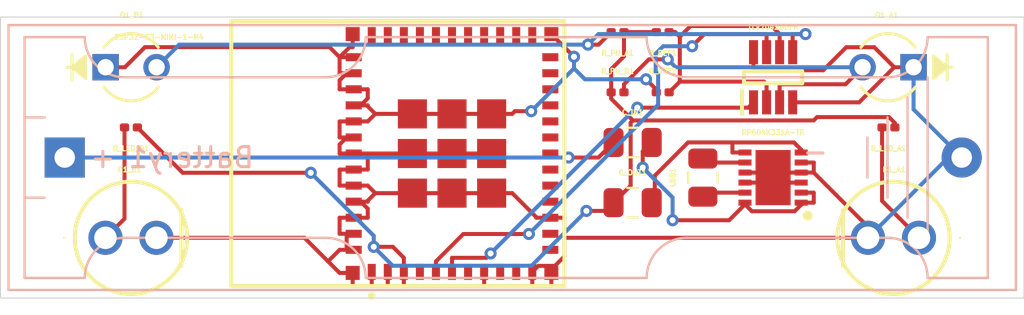
<source format=kicad_pcb>
(kicad_pcb (version 20240108) (generator "pcbnew") (generator_version "8.0")
  (layers (0 "F.Cu" signal) (31 "B.Cu" signal) (34 "B.Paste" user) (35 "F.Paste" user) (36 "B.SilkS" user "B.Silkscreen") (37 "F.SilkS" user "F.Silkscreen") (38 "B.Mask" user) (39 "F.Mask" user) (44 "Edge.Cuts" user))
  (net 0 "")
  (net 1 "Net-(Battery1-+)")
  (net 2 "Net-(Battery1--)")
  (net 3 "Net-(D1_A1-A)")
  (net 4 "Net-(D1_B1-A)")
  (net 5 "Net-(U1-AVIN)")
  (net 6 "Net-(U2-3V3)")
  (net 7 "Net-(U1-VFB)")
  (net 8 "Net-(U1-BULX)")
  (net 9 "Net-(U1-BOLX)")
  (net 10 "Net-(U3-INA+)")
  (net 11 "Net-(U3-INB+)")
  (net 12 "Net-(U3-INA-)")
  (net 32 "Net-(U2-IO3)")
  (net 34 "Net-(U2-IO2)")
  (footprint "Resistor_SMD:R_0201_0603Metric" (layer "F.Cu") (at 106.25 90.75)
    (property "Reference" "R_PU_B1" (at 0 -1.05 0) (layer "F.SilkS") (effects (font (size 0.25 0.25) (thickness 0.0625))))
    (property "Value" "10k ohm" (hide yes))
    (pad "1" smd roundrect (at -0.32 0) (size 0.46 0.4) (layers "F.Cu" "F.Mask") (net 6 "Net-(U2-3V3)"))
    (pad "2" smd roundrect (at 0.32 0) (size 0.46 0.4) (layers "F.Cu" "F.Mask") (net 10 "Net-(U3-INA+)"))
  )
  (footprint "Resistor_SMD:R_0201_0603Metric" (layer "F.Cu") (at 106.25 87.75 180)
    (property "Reference" "R_PU_A1" (at 0 -1.05 0) (layer "F.SilkS") (effects (font (size 0.25 0.25) (thickness 0.0625))))
    (property "Value" "10k ohm" (hide yes))
    (pad "1" smd roundrect (at -0.32 0 180) (size 0.46 0.4) (layers "F.Cu" "F.Mask") (net 6 "Net-(U2-3V3)"))
    (pad "2" smd roundrect (at 0.32 0 180) (size 0.46 0.4) (layers "F.Cu" "F.Mask") (net 11 "Net-(U3-INB+)"))
  )
  (footprint "Capacitor_SMD:C_0805_2012Metric" (layer "F.Cu") (at 110.5 95 90)
    (property "Reference" "LBB1" (at 0 -1.5 90) (layer "F.SilkS") (effects (font (size 0.25 0.25) (thickness 0.0625))))
    (property "Value" "2.2 uH" (hide yes))
    (fp_line (start -0.261252 -0.735) (end 0.261252 -0.735) (stroke (width 0.12)) (layer "F.SilkS"))
    (fp_line (start -0.261252 0.735) (end 0.261252 0.735) (stroke (width 0.12)) (layer "F.SilkS"))
    (pad "1" smd roundrect (at -0.95 0 90) (size 1 1.45) (layers "F.Cu" "F.Paste" "F.Mask") (net 8 "Net-(U1-BULX)"))
    (pad "2" smd roundrect (at 0.95 0 90) (size 1 1.45) (layers "F.Cu" "F.Paste" "F.Mask") (net 9 "Net-(U1-BOLX)"))
  )
  (footprint "TEPT4400:LED_TEPT4400_VIS" (layer "F.Cu") (at 121 89.5 180)
    (property "Reference" "Q1_A1" (at 1.34 2.6 0) (layer "F.SilkS") (effects (font (size 0.25 0.25) (thickness 0.0625))))
    (property "Value" "TEPT4400" (hide yes))
    (fp_line (start -0.99314 0) (end -1.9304 0) (stroke (width 0.1524)) (layer "F.SilkS"))
    (fp_line (start -1.6764 0) (end -0.99314 0.569383) (stroke (width 0.1524)) (layer "F.SilkS"))
    (fp_line (start -1.6764 0) (end -0.99314 0.455507) (stroke (width 0.1524)) (layer "F.SilkS"))
    (fp_line (start -1.6764 0) (end -0.99314 0.34163) (stroke (width 0.1524)) (layer "F.SilkS"))
    (fp_line (start -1.6764 0) (end -0.99314 0.227753) (stroke (width 0.1524)) (layer "F.SilkS"))
    (fp_line (start -1.6764 0) (end -0.99314 0.113877) (stroke (width 0.1524)) (layer "F.SilkS"))
    (fp_line (start -1.6764 0) (end -0.99314 -0.113877) (stroke (width 0.1524)) (layer "F.SilkS"))
    (fp_line (start -1.6764 0) (end -0.99314 -0.227753) (stroke (width 0.1524)) (layer "F.SilkS"))
    (fp_line (start -1.6764 0) (end -0.99314 -0.34163) (stroke (width 0.1524)) (layer "F.SilkS"))
    (fp_line (start -1.6764 0) (end -0.99314 -0.455507) (stroke (width 0.1524)) (layer "F.SilkS"))
    (fp_line (start -1.6764 0) (end -0.99314 -0.569383) (stroke (width 0.1524)) (layer "F.SilkS"))
    (fp_line (start -1.6764 -0.635) (end -1.6764 0.635) (stroke (width 0.1524)) (layer "F.SilkS"))
    (fp_arc (start 2.623106 0.989657) (mid 1.272159 1.676399) (end -0.080552 0.993139) (stroke (width 0.1524)) (layer "F.SilkS"))
    (fp_arc (start -0.080552 -0.99314) (mid 1.27216 -1.676399) (end 2.623106 -0.989657) (stroke (width 0.1524)) (layer "F.SilkS"))
    (pad "1" thru_hole rect (at 0 0 180) (size 1.3208 1.3208) (drill 0.8128) (layers "*.Cu" "*.Mask") (net 2 "Net-(Battery1--)"))
    (pad "2" thru_hole circle (at 2.54 0 180) (size 1.3208 1.3208) (drill 0.8128) (layers "*.Cu" "*.Mask") (net 10 "Net-(U3-INA+)"))
  )
  (footprint "Resistor_SMD:R_0201_0603Metric" (layer "F.Cu") (at 108.5 90.75)
    (property "Reference" "R_REF2" (at 0 -1.05 0) (layer "F.SilkS") (effects (font (size 0.25 0.25) (thickness 0.0625))))
    (property "Value" "100k ohm" (hide yes))
    (pad "1" smd roundrect (at -0.32 0) (size 0.46 0.4) (layers "F.Cu" "F.Mask") (net 2 "Net-(Battery1--)"))
    (pad "2" smd roundrect (at 0.32 0) (size 0.46 0.4) (layers "F.Cu" "F.Mask") (net 12 "Net-(U3-INA-)"))
  )
  (footprint "ESP32-C3-MINI-1-N4:ESP32C3MINI1N4" (layer "F.Cu") (at 98 93.8 90)
    (property "Reference" "U2" (hide yes))
    (property "Value" "ESP32-C3-MINI-1-N4" (at 5.8 -14.6 180) (layer "F.SilkS") (effects (font (size 0.25 0.25) (thickness 0.0625))))
    (fp_line (start 6.6 -11) (end 6.6 -5.7) (stroke (width 0.2)) (layer "F.SilkS"))
    (fp_line (start -6.6 -11) (end 6.6 -11) (stroke (width 0.2)) (layer "F.SilkS"))
    (fp_line (start -6.6 -5.7) (end -6.6 -11) (stroke (width 0.2)) (layer "F.SilkS"))
    (fp_line (start -6.6 -5.7) (end -6.6 5.6) (stroke (width 0.2)) (layer "F.SilkS"))
    (fp_line (start -7 -4) (end -7 -4) (stroke (width 0.2)) (layer "F.SilkS"))
    (fp_line (start -7.2 -4) (end -7.2 -4) (stroke (width 0.2)) (layer "F.SilkS"))
    (fp_line (start 6.6 5.6) (end 6.6 -5.7) (stroke (width 0.2)) (layer "F.SilkS"))
    (fp_line (start -6.6 5.6) (end 6.6 5.6) (stroke (width 0.2)) (layer "F.SilkS"))
    (fp_arc (start -7 -4) (mid -7.1 -3.9) (end -7.2 -4) (stroke (width 0.2)) (layer "F.SilkS"))
    (fp_arc (start -7.2 -4) (mid -7.1 -4.1) (end -7 -4) (stroke (width 0.2)) (layer "F.SilkS"))
    (pad "1" smd rect (at -5.9 -4 180) (size 0.4 0.8) (layers "F.Cu" "F.Paste" "F.Mask") (net 2 "Net-(Battery1--)"))
    (pad "2" smd rect (at -5.9 -3.2 180) (size 0.4 0.8) (layers "F.Cu" "F.Paste" "F.Mask") (net 2 "Net-(Battery1--)"))
    (pad "3" smd rect (at -5.9 -2.4 180) (size 0.4 0.8) (layers "F.Cu" "F.Paste" "F.Mask") (net 6 "Net-(U2-3V3)"))
    (pad "4" smd rect (at -5.9 -1.6 180) (size 0.4 0.8) (layers "F.Cu" "F.Paste" "F.Mask"))
    (pad "5" smd rect (at -5.9 -0.8 180) (size 0.4 0.8) (layers "F.Cu" "F.Paste" "F.Mask") (net 34 "Net-(U2-IO2)"))
    (pad "6" smd rect (at -5.9 0 180) (size 0.4 0.8) (layers "F.Cu" "F.Paste" "F.Mask") (net 32 "Net-(U2-IO3)"))
    (pad "7" smd rect (at -5.9 0.8 180) (size 0.4 0.8) (layers "F.Cu" "F.Paste" "F.Mask"))
    (pad "8" smd rect (at -5.9 1.6 180) (size 0.4 0.8) (layers "F.Cu" "F.Paste" "F.Mask") (net 6 "Net-(U2-3V3)"))
    (pad "9" smd rect (at -5.9 2.4 180) (size 0.4 0.8) (layers "F.Cu" "F.Paste" "F.Mask"))
    (pad "10" smd rect (at -5.9 3.2 180) (size 0.4 0.8) (layers "F.Cu" "F.Paste" "F.Mask"))
    (pad "11" smd rect (at -5.9 4 180) (size 0.4 0.8) (layers "F.Cu" "F.Paste" "F.Mask") (net 2 "Net-(Battery1--)"))
    (pad "12" smd rect (at -4.8 4.9 90) (size 0.4 0.8) (layers "F.Cu" "F.Paste" "F.Mask"))
    (pad "13" smd rect (at -4 4.9 90) (size 0.4 0.8) (layers "F.Cu" "F.Paste" "F.Mask"))
    (pad "14" smd rect (at -3.2 4.9 90) (size 0.4 0.8) (layers "F.Cu" "F.Paste" "F.Mask") (net 2 "Net-(Battery1--)"))
    (pad "15" smd rect (at -2.4 4.9 90) (size 0.4 0.8) (layers "F.Cu" "F.Paste" "F.Mask"))
    (pad "16" smd rect (at -1.6 4.9 90) (size 0.4 0.8) (layers "F.Cu" "F.Paste" "F.Mask"))
    (pad "17" smd rect (at -0.8 4.9 90) (size 0.4 0.8) (layers "F.Cu" "F.Paste" "F.Mask"))
    (pad "18" smd rect (at 0 4.9 90) (size 0.4 0.8) (layers "F.Cu" "F.Paste" "F.Mask"))
    (pad "19" smd rect (at 0.8 4.9 90) (size 0.4 0.8) (layers "F.Cu" "F.Paste" "F.Mask"))
    (pad "20" smd rect (at 1.6 4.9 90) (size 0.4 0.8) (layers "F.Cu" "F.Paste" "F.Mask"))
    (pad "21" smd rect (at 2.4 4.9 90) (size 0.4 0.8) (layers "F.Cu" "F.Paste" "F.Mask"))
    (pad "22" smd rect (at 3.2 4.9 90) (size 0.4 0.8) (layers "F.Cu" "F.Paste" "F.Mask"))
    (pad "23" smd rect (at 4 4.9 90) (size 0.4 0.8) (layers "F.Cu" "F.Paste" "F.Mask"))
    (pad "24" smd rect (at 4.8 4.9 90) (size 0.4 0.8) (layers "F.Cu" "F.Paste" "F.Mask"))
    (pad "25" smd rect (at 5.9 4 180) (size 0.4 0.8) (layers "F.Cu" "F.Paste" "F.Mask"))
    (pad "26" smd rect (at 5.9 3.2 180) (size 0.4 0.8) (layers "F.Cu" "F.Paste" "F.Mask"))
    (pad "27" smd rect (at 5.9 2.4 180) (size 0.4 0.8) (layers "F.Cu" "F.Paste" "F.Mask"))
    (pad "28" smd rect (at 5.9 1.6 180) (size 0.4 0.8) (layers "F.Cu" "F.Paste" "F.Mask"))
    (pad "29" smd rect (at 5.9 0.8 180) (size 0.4 0.8) (layers "F.Cu" "F.Paste" "F.Mask"))
    (pad "30" smd rect (at 5.9 0 180) (size 0.4 0.8) (layers "F.Cu" "F.Paste" "F.Mask"))
    (pad "31" smd rect (at 5.9 -0.8 180) (size 0.4 0.8) (layers "F.Cu" "F.Paste" "F.Mask"))
    (pad "32" smd rect (at 5.9 -1.6 180) (size 0.4 0.8) (layers "F.Cu" "F.Paste" "F.Mask"))
    (pad "33" smd rect (at 5.9 -2.4 180) (size 0.4 0.8) (layers "F.Cu" "F.Paste" "F.Mask"))
    (pad "34" smd rect (at 5.9 -3.2 180) (size 0.4 0.8) (layers "F.Cu" "F.Paste" "F.Mask"))
    (pad "35" smd rect (at 5.9 -4 180) (size 0.4 0.8) (layers "F.Cu" "F.Paste" "F.Mask"))
    (pad "36" smd rect (at 4.8 -4.9 90) (size 0.4 0.8) (layers "F.Cu" "F.Paste" "F.Mask") (net 2 "Net-(Battery1--)"))
    (pad "37" smd rect (at 4 -4.9 90) (size 0.4 0.8) (layers "F.Cu" "F.Paste" "F.Mask") (net 2 "Net-(Battery1--)"))
    (pad "38" smd rect (at 3.2 -4.9 90) (size 0.4 0.8) (layers "F.Cu" "F.Paste" "F.Mask") (net 2 "Net-(Battery1--)"))
    (pad "39" smd rect (at 2.4 -4.9 90) (size 0.4 0.8) (layers "F.Cu" "F.Paste" "F.Mask") (net 2 "Net-(Battery1--)"))
    (pad "40" smd rect (at 1.6 -4.9 90) (size 0.4 0.8) (layers "F.Cu" "F.Paste" "F.Mask") (net 2 "Net-(Battery1--)"))
    (pad "41" smd rect (at 0.8 -4.9 90) (size 0.4 0.8) (layers "F.Cu" "F.Paste" "F.Mask") (net 2 "Net-(Battery1--)"))
    (pad "42" smd rect (at 0 -4.9 90) (size 0.4 0.8) (layers "F.Cu" "F.Paste" "F.Mask") (net 2 "Net-(Battery1--)"))
    (pad "43" smd rect (at -0.8 -4.9 90) (size 0.4 0.8) (layers "F.Cu" "F.Paste" "F.Mask") (net 2 "Net-(Battery1--)"))
    (pad "44" smd rect (at -1.6 -4.9 90) (size 0.4 0.8) (layers "F.Cu" "F.Paste" "F.Mask") (net 2 "Net-(Battery1--)"))
    (pad "45" smd rect (at -2.4 -4.9 90) (size 0.4 0.8) (layers "F.Cu" "F.Paste" "F.Mask") (net 2 "Net-(Battery1--)"))
    (pad "46" smd rect (at -3.2 -4.9 90) (size 0.4 0.8) (layers "F.Cu" "F.Paste" "F.Mask") (net 2 "Net-(Battery1--)"))
    (pad "47" smd rect (at -4 -4.9 90) (size 0.4 0.8) (layers "F.Cu" "F.Paste" "F.Mask") (net 2 "Net-(Battery1--)"))
    (pad "48" smd rect (at -4.8 -4.9 90) (size 0.4 0.8) (layers "F.Cu" "F.Paste" "F.Mask") (net 2 "Net-(Battery1--)"))
    (pad "49" smd rect (at 0 0 90) (size 1.45 1.45) (layers "F.Cu" "F.Paste" "F.Mask") (net 2 "Net-(Battery1--)"))
    (pad "50" smd rect (at 1.975 -1.975 90) (size 1.45 1.45) (layers "F.Cu" "F.Paste" "F.Mask") (net 2 "Net-(Battery1--)"))
    (pad "51" smd rect (at 0 -1.975 90) (size 1.45 1.45) (layers "F.Cu" "F.Paste" "F.Mask") (net 2 "Net-(Battery1--)"))
    (pad "52" smd rect (at -1.975 -1.975 90) (size 1.45 1.45) (layers "F.Cu" "F.Paste" "F.Mask") (net 2 "Net-(Battery1--)"))
    (pad "53" smd rect (at -1.975 0 90) (size 1.45 1.45) (layers "F.Cu" "F.Paste" "F.Mask") (net 2 "Net-(Battery1--)"))
    (pad "54" smd rect (at -1.975 1.975 90) (size 1.45 1.45) (layers "F.Cu" "F.Paste" "F.Mask") (net 2 "Net-(Battery1--)"))
    (pad "55" smd rect (at 0 1.975 90) (size 1.45 1.45) (layers "F.Cu" "F.Paste" "F.Mask") (net 2 "Net-(Battery1--)"))
    (pad "56" smd rect (at 1.975 1.975 90) (size 1.45 1.45) (layers "F.Cu" "F.Paste" "F.Mask") (net 2 "Net-(Battery1--)"))
    (pad "57" smd rect (at 1.975 0 90) (size 1.45 1.45) (layers "F.Cu" "F.Paste" "F.Mask") (net 2 "Net-(Battery1--)"))
    (pad "58" smd rect (at -5.95 -4.95 90) (size 0.7 0.7) (layers "F.Cu" "F.Paste" "F.Mask") (net 2 "Net-(Battery1--)"))
    (pad "59" smd rect (at -5.95 4.95 90) (size 0.7 0.7) (layers "F.Cu" "F.Paste" "F.Mask") (net 2 "Net-(Battery1--)"))
    (pad "60" smd rect (at 5.95 4.95 90) (size 0.7 0.7) (layers "F.Cu" "F.Paste" "F.Mask") (net 2 "Net-(Battery1--)"))
    (pad "61" smd rect (at 5.95 -4.95 90) (size 0.7 0.7) (layers "F.Cu" "F.Paste" "F.Mask") (net 2 "Net-(Battery1--)"))
  )
  (footprint "RP604K331A-TR:SON50P270X300X60-13N" (layer "F.Cu") (at 114 95 180)
    (property "Reference" "U1" (hide yes))
    (property "Value" "RP604K331A-TR" (at 0 2.25 0) (layer "F.SilkS") (effects (font (size 0.25 0.25) (thickness 0.0625))))
    (fp_circle (center -1.725 -1.9) (end -1.725 -1.775) (stroke (width 0.25)) (fill none) (layer "F.SilkS"))
    (pad "1" smd rect (at -1.4 -1.25 270) (size 0.3 0.65) (layers "F.Cu" "F.Paste" "F.Mask") (net 5 "Net-(U1-AVIN)"))
    (pad "2" smd rect (at -1.4 -0.75 270) (size 0.3 0.65) (layers "F.Cu" "F.Paste" "F.Mask") (net 5 "Net-(U1-AVIN)"))
    (pad "3" smd rect (at -1.4 -0.25 270) (size 0.3 0.65) (layers "F.Cu" "F.Paste" "F.Mask") (net 2 "Net-(Battery1--)"))
    (pad "4" smd rect (at -1.4 0.25 270) (size 0.3 0.65) (layers "F.Cu" "F.Paste" "F.Mask") (net 2 "Net-(Battery1--)"))
    (pad "5" smd rect (at -1.4 0.75 270) (size 0.3 0.65) (layers "F.Cu" "F.Paste" "F.Mask") (net 2 "Net-(Battery1--)"))
    (pad "6" smd rect (at -1.4 1.25 270) (size 0.3 0.65) (layers "F.Cu" "F.Paste" "F.Mask") (net 7 "Net-(U1-VFB)"))
    (pad "7" smd rect (at 1.4 1.25 270) (size 0.3 0.65) (layers "F.Cu" "F.Paste" "F.Mask") (net 7 "Net-(U1-VFB)"))
    (pad "8" smd rect (at 1.4 0.75 270) (size 0.3 0.65) (layers "F.Cu" "F.Paste" "F.Mask") (net 9 "Net-(U1-BOLX)"))
    (pad "9" smd rect (at 1.4 0.25 270) (size 0.3 0.65) (layers "F.Cu" "F.Paste" "F.Mask") (net 2 "Net-(Battery1--)"))
    (pad "10" smd rect (at 1.4 -0.25 270) (size 0.3 0.65) (layers "F.Cu" "F.Paste" "F.Mask") (net 2 "Net-(Battery1--)"))
    (pad "11" smd rect (at 1.4 -0.75 270) (size 0.3 0.65) (layers "F.Cu" "F.Paste" "F.Mask") (net 8 "Net-(U1-BULX)"))
    (pad "12" smd rect (at 1.4 -1.25 270) (size 0.3 0.65) (layers "F.Cu" "F.Paste" "F.Mask") (net 5 "Net-(U1-AVIN)"))
    (pad "13" smd rect (at 0 0 180) (size 1.75 2.75) (layers "F.Cu" "F.Paste" "F.Mask") (net 2 "Net-(Battery1--)"))
  )
  (footprint "TSAL6200:TSAL6200" (layer "F.Cu") (at 120 98 180)
    (property "Reference" "D1_A1" (at -0.03 3.4 0) (layer "F.SilkS") (effects (font (size 0.25 0.25) (thickness 0.0625))))
    (property "Value" "TSAL6200" (hide yes))
    (fp_line (start 2.8 0) (end 2.8 0) (stroke (width 0.2)) (layer "F.SilkS"))
    (fp_line (start 2.518 -1.4) (end 2.518 1.4) (stroke (width 0.2)) (layer "F.SilkS"))
    (fp_line (start -2.8 0) (end -2.8 0) (stroke (width 0.2)) (layer "F.SilkS"))
    (fp_line (start -3.285 -0.003) (end -3.285 -0.003) (stroke (width 0.058)) (layer "F.SilkS"))
    (fp_line (start -3.343 -0.003) (end -3.343 -0.003) (stroke (width 0.058)) (layer "F.SilkS"))
    (fp_arc (start 2.8 0) (mid 0 2.8) (end -2.8 0) (stroke (width 0.2)) (layer "F.SilkS"))
    (fp_arc (start -2.8 0) (mid 0 -2.8) (end 2.8 0) (stroke (width 0.2)) (layer "F.SilkS"))
    (fp_arc (start -3.285 -0.003) (mid -3.314 0.026) (end -3.343 -0.003) (stroke (width 0.058)) (layer "F.SilkS"))
    (fp_arc (start -3.343 -0.003) (mid -3.314 -0.032) (end -3.285 -0.003) (stroke (width 0.058)) (layer "F.SilkS"))
    (pad "1" thru_hole circle (at -1.27 0 180) (size 1.7 1.7) (drill 1.12) (layers "*.Cu" "*.Mask") (net 3 "Net-(D1_A1-A)"))
    (pad "2" thru_hole circle (at 1.27 0 180) (size 1.7 1.7) (drill 1.12) (layers "*.Cu" "*.Mask") (net 2 "Net-(Battery1--)"))
  )
  (footprint "Resistor_SMD:R_0201_0603Metric" (layer "F.Cu") (at 108.5 87.75 180)
    (property "Reference" "R_REF1" (at 0 -1.05 0) (layer "F.SilkS") (effects (font (size 0.25 0.25) (thickness 0.0625))))
    (property "Value" "100k ohm" (hide yes))
    (pad "1" smd roundrect (at -0.32 0 180) (size 0.46 0.4) (layers "F.Cu" "F.Mask") (net 12 "Net-(U3-INA-)"))
    (pad "2" smd roundrect (at 0.32 0 180) (size 0.46 0.4) (layers "F.Cu" "F.Mask") (net 6 "Net-(U2-3V3)"))
  )
  (footprint "Capacitor_SMD:C_0805_2012Metric" (layer "F.Cu") (at 107 96.25 180)
    (property "Reference" "C_OUT1" (at 0 1.5 0) (layer "F.SilkS") (effects (font (size 0.25 0.25) (thickness 0.0625))))
    (property "Value" "10 uF" (hide yes))
    (fp_line (start -0.261252 0.735) (end 0.261252 0.735) (stroke (width 0.12)) (layer "F.SilkS"))
    (fp_line (start -0.261252 -0.735) (end 0.261252 -0.735) (stroke (width 0.12)) (layer "F.SilkS"))
    (pad "1" smd roundrect (at -0.95 0 180) (size 1 1.45) (layers "F.Cu" "F.Paste" "F.Mask") (net 7 "Net-(U1-VFB)"))
    (pad "2" smd roundrect (at 0.95 0 180) (size 1 1.45) (layers "F.Cu" "F.Paste" "F.Mask") (net 6 "Net-(U2-3V3)"))
  )
  (footprint "TSAL6200:TSAL6200" (layer "F.Cu") (at 82 98)
    (property "Reference" "D1_B1" (at -0.07 -3.4 0) (layer "F.SilkS") (effects (font (size 0.25 0.25) (thickness 0.0625))))
    (property "Value" "TSAL6200" (hide yes))
    (fp_line (start -3.343 -0.003) (end -3.343 -0.003) (stroke (width 0.058)) (layer "F.SilkS"))
    (fp_line (start -3.285 -0.003) (end -3.285 -0.003) (stroke (width 0.058)) (layer "F.SilkS"))
    (fp_line (start -2.8 0) (end -2.8 0) (stroke (width 0.2)) (layer "F.SilkS"))
    (fp_line (start 2.518 -1.4) (end 2.518 1.4) (stroke (width 0.2)) (layer "F.SilkS"))
    (fp_line (start 2.8 0) (end 2.8 0) (stroke (width 0.2)) (layer "F.SilkS"))
    (fp_arc (start -3.343 -0.003) (mid -3.314 -0.032) (end -3.285 -0.003) (stroke (width 0.058)) (layer "F.SilkS"))
    (fp_arc (start -3.285 -0.003) (mid -3.314 0.026) (end -3.343 -0.003) (stroke (width 0.058)) (layer "F.SilkS"))
    (fp_arc (start -2.8 0) (mid 0 -2.8) (end 2.8 0) (stroke (width 0.2)) (layer "F.SilkS"))
    (fp_arc (start 2.8 0) (mid 0 2.8) (end -2.8 0) (stroke (width 0.2)) (layer "F.SilkS"))
    (pad "1" thru_hole circle (at -1.27 0) (size 1.7 1.7) (drill 1.12) (layers "*.Cu" "*.Mask") (net 4 "Net-(D1_B1-A)"))
    (pad "2" thru_hole circle (at 1.27 0) (size 1.7 1.7) (drill 1.12) (layers "*.Cu" "*.Mask") (net 2 "Net-(Battery1--)"))
  )
  (footprint "TLV7042DDFR:SOT65P280X110-8N" (layer "F.Cu") (at 114 90 90)
    (property "Reference" "U3" (hide yes))
    (property "Value" "TLV7042DDFR" (at 2.5 0 180) (layer "F.SilkS") (effects (font (size 0.25 0.25) (thickness 0.0625))))
    (fp_line (start -1.85 -1.55) (end -0.65 -1.55) (stroke (width 0.2)) (layer "F.SilkS"))
    (fp_line (start 0.3 -1.45) (end 0.3 1.45) (stroke (width 0.2)) (layer "F.SilkS"))
    (fp_line (start -0.3 -1.45) (end 0.3 -1.45) (stroke (width 0.2)) (layer "F.SilkS"))
    (fp_line (start 0.3 1.45) (end -0.3 1.45) (stroke (width 0.2)) (layer "F.SilkS"))
    (fp_line (start -0.3 1.45) (end -0.3 -1.45) (stroke (width 0.2)) (layer "F.SilkS"))
    (pad "1" smd rect (at -1.25 -0.975 180) (size 0.45 1.2) (layers "F.Cu" "F.Paste" "F.Mask") (net 32 "Net-(U2-IO3)"))
    (pad "2" smd rect (at -1.25 -0.325 180) (size 0.45 1.2) (layers "F.Cu" "F.Paste" "F.Mask") (net 12 "Net-(U3-INA-)"))
    (pad "3" smd rect (at -1.25 0.325 180) (size 0.45 1.2) (layers "F.Cu" "F.Paste" "F.Mask") (net 10 "Net-(U3-INA+)"))
    (pad "4" smd rect (at -1.25 0.975 180) (size 0.45 1.2) (layers "F.Cu" "F.Paste" "F.Mask") (net 2 "Net-(Battery1--)"))
    (pad "5" smd rect (at 1.25 0.975 180) (size 0.45 1.2) (layers "F.Cu" "F.Paste" "F.Mask") (net 11 "Net-(U3-INB+)"))
    (pad "6" smd rect (at 1.25 0.325 180) (size 0.45 1.2) (layers "F.Cu" "F.Paste" "F.Mask") (net 12 "Net-(U3-INA-)"))
    (pad "7" smd rect (at 1.25 -0.325 180) (size 0.45 1.2) (layers "F.Cu" "F.Paste" "F.Mask") (net 34 "Net-(U2-IO2)"))
    (pad "8" smd rect (at 1.25 -0.975 180) (size 0.45 1.2) (layers "F.Cu" "F.Paste" "F.Mask") (net 2 "Net-(Battery1--)"))
  )
  (footprint "Resistor_SMD:R_0201_0603Metric" (layer "F.Cu") (at 82 92.5 180)
    (property "Reference" "R_LED_B1" (at 0 -1.05 0) (layer "F.SilkS") (effects (font (size 0.25 0.25) (thickness 0.0625))))
    (property "Value" "330 ohm" (hide yes))
    (pad "1" smd roundrect (at -0.32 0 180) (size 0.46 0.4) (layers "F.Cu" "F.Mask") (net 6 "Net-(U2-3V3)"))
    (pad "2" smd roundrect (at 0.32 0 180) (size 0.46 0.4) (layers "F.Cu" "F.Mask") (net 4 "Net-(D1_B1-A)"))
  )
  (footprint "Capacitor_SMD:C_0805_2012Metric" (layer "F.Cu") (at 107 93.25)
    (property "Reference" "C_IN1" (at 0 -1.5 0) (layer "F.SilkS") (effects (font (size 0.25 0.25) (thickness 0.0625))))
    (property "Value" "10 uF" (hide yes))
    (fp_line (start -0.261252 -0.735) (end 0.261252 -0.735) (stroke (width 0.12)) (layer "F.SilkS"))
    (fp_line (start -0.261252 0.735) (end 0.261252 0.735) (stroke (width 0.12)) (layer "F.SilkS"))
    (pad "1" smd roundrect (at -0.95 0) (size 1 1.45) (layers "F.Cu" "F.Paste" "F.Mask") (net 1 "Net-(Battery1-+)"))
    (pad "2" smd roundrect (at 0.95 0) (size 1 1.45) (layers "F.Cu" "F.Paste" "F.Mask") (net 5 "Net-(U1-AVIN)"))
  )
  (footprint "TEPT4400:LED_TEPT4400_VIS" (layer "F.Cu") (at 80.738 89.5)
    (property "Reference" "Q1_B1" (at 1.3 -2.6 0) (layer "F.SilkS") (effects (font (size 0.25 0.25) (thickness 0.0625))))
    (property "Value" "TEPT4400" (hide yes))
    (fp_line (start -1.6764 -0.635) (end -1.6764 0.635) (stroke (width 0.1524)) (layer "F.SilkS"))
    (fp_line (start -1.6764 0) (end -0.99314 -0.569383) (stroke (width 0.1524)) (layer "F.SilkS"))
    (fp_line (start -1.6764 0) (end -0.99314 -0.455507) (stroke (width 0.1524)) (layer "F.SilkS"))
    (fp_line (start -1.6764 0) (end -0.99314 -0.34163) (stroke (width 0.1524)) (layer "F.SilkS"))
    (fp_line (start -1.6764 0) (end -0.99314 -0.227753) (stroke (width 0.1524)) (layer "F.SilkS"))
    (fp_line (start -1.6764 0) (end -0.99314 -0.113877) (stroke (width 0.1524)) (layer "F.SilkS"))
    (fp_line (start -1.6764 0) (end -0.99314 0.113877) (stroke (width 0.1524)) (layer "F.SilkS"))
    (fp_line (start -1.6764 0) (end -0.99314 0.227753) (stroke (width 0.1524)) (layer "F.SilkS"))
    (fp_line (start -1.6764 0) (end -0.99314 0.34163) (stroke (width 0.1524)) (layer "F.SilkS"))
    (fp_line (start -1.6764 0) (end -0.99314 0.455507) (stroke (width 0.1524)) (layer "F.SilkS"))
    (fp_line (start -1.6764 0) (end -0.99314 0.569383) (stroke (width 0.1524)) (layer "F.SilkS"))
    (fp_line (start -0.99314 0) (end -1.9304 0) (stroke (width 0.1524)) (layer "F.SilkS"))
    (fp_arc (start -0.080552 -0.99314) (mid 1.27216 -1.676399) (end 2.623106 -0.989657) (stroke (width 0.1524)) (layer "F.SilkS"))
    (fp_arc (start 2.623106 0.989657) (mid 1.272159 1.676399) (end -0.080552 0.993139) (stroke (width 0.1524)) (layer "F.SilkS"))
    (pad "1" thru_hole rect (at 0 0) (size 1.3208 1.3208) (drill 0.8128) (layers "*.Cu" "*.Mask") (net 2 "Net-(Battery1--)"))
    (pad "2" thru_hole circle (at 2.54 0) (size 1.3208 1.3208) (drill 0.8128) (layers "*.Cu" "*.Mask") (net 11 "Net-(U3-INB+)"))
  )
  (footprint "Resistor_SMD:R_0201_0603Metric" (layer "F.Cu") (at 119.75 92.5 180)
    (property "Reference" "R_LED_A1" (at 0 -1.05 0) (layer "F.SilkS") (effects (font (size 0.25 0.25) (thickness 0.0625))))
    (property "Value" "330 ohm" (hide yes))
    (pad "1" smd roundrect (at -0.32 0 180) (size 0.46 0.4) (layers "F.Cu" "F.Mask") (net 6 "Net-(U2-3V3)"))
    (pad "2" smd roundrect (at 0.32 0 180) (size 0.46 0.4) (layers "F.Cu" "F.Mask") (net 3 "Net-(D1_A1-A)"))
  )
  (footprint "Battery:BatteryHolder_Keystone_2466_1xAAA" (layer "B.Cu") (at 78.7 94)
    (property "Reference" "Battery1" (at 6.3 0 0) (layer "B.SilkS") (effects (justify mirror)))
    (property "Value" "3.7 V nominal, 350 mAh" (hide yes))
    (fp_line (start -2.8 -6.6) (end -2.8 6.6) (stroke (width 0.12)) (layer "B.SilkS"))
    (fp_line (start -2.8 6.6) (end 47.4 6.6) (stroke (width 0.12)) (layer "B.SilkS"))
    (fp_line (start -2 -6) (end -2 6) (stroke (width 0.12)) (layer "B.SilkS"))
    (fp_line (start -2 -2) (end -1 -2) (stroke (width 0.12)) (layer "B.SilkS"))
    (fp_line (start -1 2) (end -2 2) (stroke (width 0.12)) (layer "B.SilkS"))
    (fp_line (start 1 -6) (end -2 -6) (stroke (width 0.12)) (layer "B.SilkS"))
    (fp_line (start 1 6) (end -2 6) (stroke (width 0.12)) (layer "B.SilkS"))
    (fp_line (start 13 -4) (end 3 -4) (stroke (width 0.12)) (layer "B.SilkS"))
    (fp_line (start 13 4) (end 3 4) (stroke (width 0.12)) (layer "B.SilkS"))
    (fp_line (start 15 6) (end 29 6) (stroke (width 0.12)) (layer "B.SilkS"))
    (fp_line (start 29 -6) (end 15 -6) (stroke (width 0.12)) (layer "B.SilkS"))
    (fp_line (start 31 -4) (end 41 -4) (stroke (width 0.12)) (layer "B.SilkS"))
    (fp_line (start 31 4) (end 41 4) (stroke (width 0.12)) (layer "B.SilkS"))
    (fp_line (start 40 -1) (end 40 1) (stroke (width 0.12)) (layer "B.SilkS"))
    (fp_line (start 41 -2) (end 41 2) (stroke (width 0.12)) (layer "B.SilkS"))
    (fp_line (start 42 3) (end 42 -3) (stroke (width 0.12)) (layer "B.SilkS"))
    (fp_line (start 43 -6) (end 46 -6) (stroke (width 0.12)) (layer "B.SilkS"))
    (fp_line (start 43 -4) (end 43 4) (stroke (width 0.12)) (layer "B.SilkS"))
    (fp_line (start 43 6) (end 46 6) (stroke (width 0.12)) (layer "B.SilkS"))
    (fp_line (start 46 -6) (end 46 6) (stroke (width 0.12)) (layer "B.SilkS"))
    (fp_line (start 47.4 -6.6) (end -2.8 -6.6) (stroke (width 0.12)) (layer "B.SilkS"))
    (fp_line (start 47.4 6.6) (end 47.4 -6.6) (stroke (width 0.12)) (layer "B.SilkS"))
    (fp_arc (start 1 6) (mid 1.585786 4.585786) (end 3 4) (stroke (width 0.12)) (layer "B.SilkS"))
    (fp_arc (start 3 -4) (mid 1.585786 -4.585786) (end 1 -6) (stroke (width 0.12)) (layer "B.SilkS"))
    (fp_arc (start 13 4) (mid 14.414214 4.585786) (end 15 6) (stroke (width 0.12)) (layer "B.SilkS"))
    (fp_arc (start 15 -6) (mid 14.414214 -4.585786) (end 13 -4) (stroke (width 0.12)) (layer "B.SilkS"))
    (fp_arc (start 29 6) (mid 29.585786 4.585786) (end 31 4) (stroke (width 0.12)) (layer "B.SilkS"))
    (fp_arc (start 31 -4) (mid 29.585786 -4.585786) (end 29 -6) (stroke (width 0.12)) (layer "B.SilkS"))
    (fp_arc (start 41 4) (mid 42.414214 4.585786) (end 43 6) (stroke (width 0.12)) (layer "B.SilkS"))
    (fp_arc (start 43 -6) (mid 42.414214 -4.585786) (end 41 -4) (stroke (width 0.12)) (layer "B.SilkS"))
    (fp_text user "+" (at 1.9 0 0) (layer "B.SilkS") (effects (justify mirror)))
    (fp_text user "-" (at 37.4 -0.3 0) (layer "B.SilkS") (effects (justify mirror)))
    (pad "1" thru_hole rect (at 0 0) (size 2 2) (drill 1.02) (layers "*.Cu" "*.Mask") (net 1 "Net-(Battery1-+)"))
    (pad "2" thru_hole circle (at 44.7 0) (size 2 2) (drill 1.02) (layers "*.Cu" "*.Mask") (net 2 "Net-(Battery1--)"))
  )
  (gr_rect (start 75.5 87) (end 126.5 101) (stroke (width 0.05)) (fill none) (layer "Edge.Cuts"))
  (segment (start 105.3 94) (end 103.8071 94) (width 0.2) (layer "F.Cu") (net 1))
  (segment (start 106.05 93.25) (end 105.3 94) (width 0.2) (layer "F.Cu") (net 1))
  (via (at 103.8071 94) (size 0.6) (drill 0.3) (layers "F.Cu" "B.Cu") (net 1))
  (segment (start 78.7 94) (end 103.8071 94) (width 0.2) (layer "B.Cu") (net 1))
  (segment (start 96.025 93.8) (end 93.8017 93.8) (width 0.2) (layer "F.Cu") (net 2))
  (segment (start 103.1282 99.3985) (end 102.3015 99.3985) (width 0.2) (layer "F.Cu") (net 2))
  (segment (start 92.7492 89.8) (end 92.3983 89.8) (width 0.2) (layer "F.Cu") (net 2))
  (segment (start 102 99.7) (end 102 100.4017) (width 0.2) (layer "F.Cu") (net 2))
  (segment (start 113.025 89.5508) (end 113.025 89.6502) (width 0.2) (layer "F.Cu") (net 2))
  (segment (start 93.1 93.8) (end 92.3983 93.8) (width 0.2) (layer "F.Cu") (net 2))
  (segment (start 93.1 93) (end 92.7492 93) (width 0.2) (layer "F.Cu") (net 2))
  (segment (start 99.975 91.825) (end 101.0017 91.825) (width 0.2) (layer "F.Cu") (net 2))
  (segment (start 93.1 94.6) (end 92.3983 94.6) (width 0.2) (layer "F.Cu") (net 2))
  (segment (start 114 95) (end 114.2617 95) (width 0.2) (layer "F.Cu") (net 2))
  (segment (start 102.65 97) (end 102.9 97) (width 0.2) (layer "F.Cu") (net 2))
  (segment (start 113.025 88.75) (end 113.025 89.5508) (width 0.2) (layer "F.Cu") (net 2))
  (segment (start 93.05 88.5017) (end 92.8966 88.5017) (width 0.2) (layer "F.Cu") (net 2))
  (segment (start 91.8966 88.4983) (end 92.3983 89) (width 0.2) (layer "F.Cu") (net 2))
  (segment (start 115.9259 94.25) (end 116.0252 94.25) (width 0.2) (layer "F.Cu") (net 2))
  (segment (start 93.05 99.75) (end 93.05 100.4017) (width 0.2) (layer "F.Cu") (net 2))
  (segment (start 93.4509 91.4) (end 93.8017 91.0492) (width 0.2) (layer "F.Cu") (net 2))
  (segment (start 113.4767 95) (end 113.2267 95.25) (width 0.2) (layer "F.Cu") (net 2))
  (segment (start 116.0252 94.25) (end 116.0267 94.25) (width 0.2) (layer "F.Cu") (net 2))
  (segment (start 119.041 88.5031) (end 117.6469 88.5031) (width 0.2) (layer "F.Cu") (net 2))
  (segment (start 114.975 91.25) (end 118.2879 91.25) (width 0.2) (layer "F.Cu") (net 2))
  (segment (start 117.6469 88.5031) (end 116.4983 89.6517) (width 0.2) (layer "F.Cu") (net 2))
  (segment (start 92.3983 94.6) (end 92.3983 95.4) (width 0.2) (layer "F.Cu") (net 2))
  (segment (start 108.18 90.75) (end 108.18 90.6122) (width 0.2) (layer "F.Cu") (net 2))
  (segment (start 93.1 97) (end 92.3983 97) (width 0.2) (layer "F.Cu") (net 2))
  (segment (start 92.3983 90.1509) (end 92.3983 90.6) (width 0.2) (layer "F.Cu") (net 2))
  (segment (start 93.1 96.2) (end 93.4509 96.2) (width 0.2) (layer "F.Cu") (net 2))
  (segment (start 118.2879 91.25) (end 120.0379 89.5) (width 0.2) (layer "F.Cu") (net 2))
  (segment (start 96.025 95.775) (end 94.1767 95.775) (width 0.2) (layer "F.Cu") (net 2))
  (segment (start 92.3983 89.8) (end 92.3983 89) (width 0.2) (layer "F.Cu") (net 2))
  (segment (start 98 95.775) (end 96.025 95.775) (width 0.2) (layer "F.Cu") (net 2))
  (segment (start 92.7492 98.6) (end 92.3983 98.6) (width 0.2) (layer "F.Cu") (net 2))
  (segment (start 93.1 89.8) (end 92.7492 89.8) (width 0.2) (layer "F.Cu") (net 2))
  (segment (start 93.8017 93.8) (end 93.1 93.8) (width 0.2) (layer "F.Cu") (net 2))
  (segment (start 93.1 95.4) (end 92.3983 95.4) (width 0.2) (layer "F.Cu") (net 2))
  (segment (start 92.7242 99.75) (end 93.05 99.75) (width 0.2) (layer "F.Cu") (net 2))
  (segment (start 116.0267 94.75) (end 118.73 97.4533) (width 0.2) (layer "F.Cu") (net 2))
  (segment (start 81.7001 89.5) (end 82.7018 88.4983) (width 0.2) (layer "F.Cu") (net 2))
  (segment (start 92.7242 99.75) (end 92.3983 99.75) (width 0.2) (layer "F.Cu") (net 2))
  (segment (start 93.05 100.4017) (end 94 100.4017) (width 0.2) (layer "F.Cu") (net 2))
  (segment (start 99.975 95.775) (end 101.0017 95.775) (width 0.2) (layer "F.Cu") (net 2))
  (segment (start 93.8017 96.15) (end 94.1767 95.775) (width 0.2) (layer "F.Cu") (net 2))
  (segment (start 120.0379 89.5) (end 119.041 88.5031) (width 0.2) (layer "F.Cu") (net 2))
  (segment (start 101.0017 91.825) (end 101.1367 91.69) (width 0.2) (layer "F.Cu") (net 2))
  (segment (start 102.95 99.75) (end 102.95 100.4017) (width 0.2) (layer "F.Cu") (net 2))
  (segment (start 93.1 95.4) (end 93.8017 95.4) (width 0.2) (layer "F.Cu") (net 2))
  (segment (start 99.975 91.825) (end 98 91.825) (width 0.2) (layer "F.Cu") (net 2))
  (segment (start 103.6017 97) (end 103.6017 98) (width 0.2) (layer "F.Cu") (net 2))
  (segment (start 91.8233 99.175) (end 92.3983 99.75) (width 0.2) (layer "F.Cu") (net 2))
  (segment (start 93.8017 93.8) (end 93.8017 94.6) (width 0.2) (layer "F.Cu") (net 2))
  (segment (start 93.8017 96.2) (end 93.8017 96.15) (width 0.2) (layer "F.Cu") (net 2))
  (segment (start 92.8966 88.5017) (end 92.3983 89) (width 0.2) (layer "F.Cu") (net 2))
  (segment (start 121 89.5) (end 120.0379 89.5) (width 0.2) (layer "F.Cu") (net 2))
  (segment (start 102.95 87.85) (end 104.0793 88.9793) (width 0.2) (layer "F.Cu") (net 2))
  (segment (start 92.3983 93.3509) (end 92.3983 93.8) (width 0.2) (layer "F.Cu") (net 2))
  (segment (start 115.4 94.75) (end 115.9259 94.75) (width 0.2) (layer "F.Cu") (net 2))
  (segment (start 114.2617 95) (end 114.5233 95) (width 0.2) (layer "F.Cu") (net 2))
  (segment (start 94.1767 95.775) (end 93.8017 95.4) (width 0.2) (layer "F.Cu") (net 2))
  (segment (start 102.1983 96.9716) (end 101.0017 95.775) (width 0.2) (layer "F.Cu") (net 2))
  (segment (start 94.1767 91.825) (end 93.8017 91.45) (width 0.2) (layer "F.Cu") (net 2))
  (segment (start 102.95 100.4017) (end 102 100.4017) (width 0.2) (layer "F.Cu") (net 2))
  (segment (start 113.025 89.6502) (end 113.025 89.6517) (width 0.2) (layer "F.Cu") (net 2))
  (segment (start 116.4983 89.6517) (end 113.025 89.6517) (width 0.2) (layer "F.Cu") (net 2))
  (segment (start 93.4509 96.2) (end 93.8017 96.2) (width 0.2) (layer "F.Cu") (net 2))
  (segment (start 93.1 92.2) (end 92.3983 92.2) (width 0.2) (layer "F.Cu") (net 2))
  (segment (start 93.1 98.6) (end 92.7492 98.6) (width 0.2) (layer "F.Cu") (net 2))
  (segment (start 93.4509 91.4) (end 93.8017 91.4) (width 0.2) (layer "F.Cu") (net 2))
  (segment (start 93.1 90.6) (end 93.8017 90.6) (width 0.2) (layer "F.Cu") (net 2))
  (segment (start 94.8 100.4017) (end 94 100.4017) (width 0.2) (layer "F.Cu") (net 2))
  (segment (start 112.6 95.25) (end 113.2267 95.25) (width 0.2) (layer "F.Cu") (net 2))
  (segment (start 92.7492 93) (end 92.3983 93) (width 0.2) (layer "F.Cu") (net 2))
  (segment (start 93.8017 91.0492) (end 93.8017 90.6) (width 0.2) (layer "F.Cu") (net 2))
  (segment (start 103.6017 98) (end 103.6017 98.925) (width 0.2) (layer "F.Cu") (net 2))
  (segment (start 103.6017 98.925) (end 103.1282 99.3985) (width 0.2) (layer "F.Cu") (net 2))
  (segment (start 92.7492 89.8) (end 92.3983 90.1509) (width 0.2) (layer "F.Cu") (net 2))
  (segment (start 93.1 97.8) (end 92.7492 97.8) (width 0.2) (layer "F.Cu") (net 2))
  (segment (start 113.7384 95) (end 114 95) (width 0.2) (layer "F.Cu") (net 2))
  (segment (start 93.8017 91.45) (end 93.8017 91.4) (width 0.2) (layer "F.Cu") (net 2))
  (segment (start 92.7492 97.8) (end 92.7492 98.6) (width 0.2) (layer "F.Cu") (net 2))
  (segment (start 93.1 91.4) (end 93.4509 91.4) (width 0.2) (layer "F.Cu") (net 2))
  (segment (start 108.18 90.6122) (end 107.6687 90.1009) (width 0.2) (layer "F.Cu") (net 2))
  (segment (start 115.4 94.75) (end 114.7733 94.75) (width 0.2) (layer "F.Cu") (net 2))
  (segment (start 82.7018 88.4983) (end 91.8966 88.4983) (width 0.2) (layer "F.Cu") (net 2))
  (segment (start 90.6483 98) (end 91.8233 99.175) (width 0.2) (layer "F.Cu") (net 2))
  (segment (start 114.5233 95) (end 114.7733 95.25) (width 0.2) (layer "F.Cu") (net 2))
  (segment (start 101.1367 91.69) (end 101.9478 91.69) (width 0.2) (layer "F.Cu") (net 2))
  (segment (start 92.3983 97.8) (end 92.3983 97) (width 0.2) (layer "F.Cu") (net 2))
  (segment (start 118.73 98) (end 103.6017 98) (width 0.2) (layer "F.Cu") (net 2))
  (segment (start 99.975 95.775) (end 98 95.775) (width 0.2) (layer "F.Cu") (net 2))
  (segment (start 115.4 95.25) (end 114.7733 95.25) (width 0.2) (layer "F.Cu") (net 2))
  (segment (start 102.9 97) (end 103.6017 97) (width 0.2) (layer "F.Cu") (net 2))
  (segment (start 102.65 97) (end 102.1983 97) (width 0.2) (layer "F.Cu") (net 2))
  (segment (start 94 99.7) (end 94 100.4017) (width 0.2) (layer "F.Cu") (net 2))
  (segment (start 102.1983 97) (end 102.1983 96.9716) (width 0.2) (layer "F.Cu") (net 2))
  (segment (start 96.025 91.825) (end 94.1767 91.825) (width 0.2) (layer "F.Cu") (net 2))
  (segment (start 93.1 94.6) (end 93.8017 94.6) (width 0.2) (layer "F.Cu") (net 2))
  (segment (start 93.1 92.2) (end 93.8017 92.2) (width 0.2) (layer "F.Cu") (net 2))
  (segment (start 118.73 97.4533) (end 118.73 98) (width 0.2) (layer "F.Cu") (net 2))
  (segment (start 92.7492 97.8) (end 92.3983 97.8) (width 0.2) (layer "F.Cu") (net 2))
  (segment (start 93.05 87.85) (end 93.05 88.5017) (width 0.2) (layer "F.Cu") (net 2))
  (segment (start 83.27 98) (end 90.6483 98) (width 0.2) (layer "F.Cu") (net 2))
  (segment (start 99.975 93.8) (end 98 93.8) (width 0.2) (layer "F.Cu") (net 2))
  (segment (start 93.1 89) (end 92.3983 89) (width 0.2) (layer "F.Cu") (net 2))
  (segment (start 93.8017 96.5508) (end 93.8017 97) (width 0.2) (layer "F.Cu") (net 2))
  (segment (start 113.7384 95) (end 113.4767 95) (width 0.2) (layer "F.Cu") (net 2))
  (segment (start 93.4509 96.2) (end 93.8017 96.5508) (width 0.2) (layer "F.Cu") (net 2))
  (segment (start 92.3983 93) (end 92.3983 92.2) (width 0.2) (layer "F.Cu") (net 2))
  (segment (start 93.1 90.6) (end 92.3983 90.6) (width 0.2) (layer "F.Cu") (net 2))
  (segment (start 98 93.8) (end 96.025 93.8) (width 0.2) (layer "F.Cu") (net 2))
  (segment (start 98 91.825) (end 96.025 91.825) (width 0.2) (layer "F.Cu") (net 2))
  (segment (start 115.9259 94.75) (end 116.0267 94.75) (width 0.2) (layer "F.Cu") (net 2))
  (segment (start 92.3983 98.6) (end 91.8233 99.175) (width 0.2) (layer "F.Cu") (net 2))
  (segment (start 102.3015 99.3985) (end 102 99.7) (width 0.2) (layer "F.Cu") (net 2))
  (segment (start 114.5233 95) (end 114.7733 94.75) (width 0.2) (layer "F.Cu") (net 2))
  (segment (start 92.7492 93) (end 92.3983 93.3509) (width 0.2) (layer "F.Cu") (net 2))
  (segment (start 115.4 94.25) (end 115.9259 94.25) (width 0.2) (layer "F.Cu") (net 2))
  (segment (start 112.6 94.75) (end 113.2267 94.75) (width 0.2) (layer "F.Cu") (net 2))
  (segment (start 93.1 97) (end 93.8017 97) (width 0.2) (layer "F.Cu") (net 2))
  (segment (start 94.8 99.7) (end 94.8 100.4017) (width 0.2) (layer "F.Cu") (net 2))
  (segment (start 80.738 89.5) (end 81.7001 89.5) (width 0.2) (layer "F.Cu") (net 2))
  (segment (start 113.7384 95) (end 113.4767 95) (width 0.2) (layer "F.Cu") (net 2))
  (segment (start 116.0267 94.25) (end 116.0267 94.75) (width 0.2) (layer "F.Cu") (net 2))
  (segment (start 114.2617 95) (end 114.5233 95) (width 0.2) (layer "F.Cu") (net 2))
  (segment (start 113.4767 95) (end 113.2267 94.75) (width 0.2) (layer "F.Cu") (net 2))
  (segment (start 94.1767 91.825) (end 93.8017 92.2) (width 0.2) (layer "F.Cu") (net 2))
  (via (at 104.0793 88.9793) (size 0.6) (drill 0.3) (layers "F.Cu" "B.Cu") (net 2))
  (via (at 101.9478 91.69) (size 0.6) (drill 0.3) (layers "F.Cu" "B.Cu") (net 2))
  (via (at 107.6687 90.1009) (size 0.6) (drill 0.3) (layers "F.Cu" "B.Cu") (net 2))
  (segment (start 123.4 94) (end 123.065 93.665) (width 0.2) (layer "B.Cu") (net 2))
  (segment (start 123.065 93.665) (end 121 91.6) (width 0.2) (layer "B.Cu") (net 2))
  (segment (start 104.6217 90.1009) (end 104.0793 89.5585) (width 0.2) (layer "B.Cu") (net 2))
  (segment (start 107.6687 90.1009) (end 104.6217 90.1009) (width 0.2) (layer "B.Cu") (net 2))
  (segment (start 118.73 98) (end 123.065 93.665) (width 0.2) (layer "B.Cu") (net 2))
  (segment (start 104.0793 89.5585) (end 104.0793 88.9793) (width 0.2) (layer "B.Cu") (net 2))
  (segment (start 101.9478 91.69) (end 104.0793 89.5585) (width 0.2) (layer "B.Cu") (net 2))
  (segment (start 121 91.6) (end 121 89.5) (width 0.2) (layer "B.Cu") (net 2))
  (segment (start 121.27 98) (end 119.43 96.16) (width 0.2) (layer "F.Cu") (net 3))
  (segment (start 119.43 96.16) (end 119.43 92.5) (width 0.2) (layer "F.Cu") (net 3))
  (segment (start 81.68 97.05) (end 81.68 92.5) (width 0.2) (layer "F.Cu") (net 4))
  (segment (start 80.73 98) (end 81.68 97.05) (width 0.2) (layer "F.Cu") (net 4))
  (segment (start 115.4 96.25) (end 115.4 96.3502) (width 0.2) (layer "F.Cu") (net 5))
  (segment (start 107.95 93.25) (end 107.5037 93.6963) (width 0.2) (layer "F.Cu") (net 5))
  (segment (start 115.4 96.25) (end 116.0267 96.25) (width 0.2) (layer "F.Cu") (net 5))
  (segment (start 107.5037 93.6963) (end 107.5037 94.5007) (width 0.2) (layer "F.Cu") (net 5))
  (segment (start 115.4 96.3502) (end 115.0735 96.6767) (width 0.2) (layer "F.Cu") (net 5))
  (segment (start 108.9925 97.125) (end 111.8106 97.125) (width 0.2) (layer "F.Cu") (net 5))
  (segment (start 112.6 96.3356) (end 112.6 96.25) (width 0.2) (layer "F.Cu") (net 5))
  (segment (start 111.8106 97.125) (end 112.6 96.3356) (width 0.2) (layer "F.Cu") (net 5))
  (segment (start 116.0267 95.75) (end 116.0267 96.25) (width 0.2) (layer "F.Cu") (net 5))
  (segment (start 115.4 95.75) (end 116.0267 95.75) (width 0.2) (layer "F.Cu") (net 5))
  (segment (start 115.0735 96.6767) (end 112.9411 96.6767) (width 0.2) (layer "F.Cu") (net 5))
  (segment (start 112.9411 96.6767) (end 112.6 96.3356) (width 0.2) (layer "F.Cu") (net 5))
  (via (at 107.5037 94.5007) (size 0.6) (drill 0.3) (layers "F.Cu" "B.Cu") (net 5))
  (via (at 108.9925 97.125) (size 0.6) (drill 0.3) (layers "F.Cu" "B.Cu") (net 5))
  (segment (start 108.9925 95.9895) (end 107.5037 94.5007) (width 0.2) (layer "B.Cu") (net 5))
  (segment (start 108.9925 97.125) (end 108.9925 95.9895) (width 0.2) (layer "B.Cu") (net 5))
  (segment (start 82.32 92.5) (end 84.58 94.76) (width 0.2) (layer "F.Cu") (net 6))
  (segment (start 84.58 94.76) (end 90.9604 94.76) (width 0.2) (layer "F.Cu") (net 6))
  (segment (start 105.93 91.0683) (end 107.0134 92.1517) (width 0.2) (layer "F.Cu") (net 6))
  (segment (start 95.0524 98.4507) (end 95.6 98.9983) (width 0.2) (layer "F.Cu") (net 6))
  (segment (start 106.902 95.398) (end 106.05 96.25) (width 0.2) (layer "F.Cu") (net 6))
  (segment (start 116.191 91.9857) (end 116.025 92.1517) (width 0.2) (layer "F.Cu") (net 6))
  (segment (start 95.6 99.7) (end 95.6 98.9983) (width 0.2) (layer "F.Cu") (net 6))
  (segment (start 105.93 90.75) (end 105.93 91.0683) (width 0.2) (layer "F.Cu") (net 6))
  (segment (start 106.57 87.75) (end 108.18 87.75) (width 0.2) (layer "F.Cu") (net 6))
  (segment (start 116.025 92.1517) (end 107.0134 92.1517) (width 0.2) (layer "F.Cu") (net 6))
  (segment (start 95.6 99.7) (end 95.6 100.4017) (width 0.2) (layer "F.Cu") (net 6))
  (segment (start 106.57 87.75) (end 106.57 88.959) (width 0.2) (layer "F.Cu") (net 6))
  (segment (start 105.64 96.66) (end 104.697 96.66) (width 0.2) (layer "F.Cu") (net 6))
  (segment (start 105.93 89.599) (end 105.93 90.75) (width 0.2) (layer "F.Cu") (net 6))
  (segment (start 94.1 98.4507) (end 95.0524 98.4507) (width 0.2) (layer "F.Cu") (net 6))
  (segment (start 106.902 92.2631) (end 106.902 95.398) (width 0.2) (layer "F.Cu") (net 6))
  (segment (start 99.6 99.7) (end 99.6 100.4017) (width 0.2) (layer "F.Cu") (net 6))
  (segment (start 119.7728 91.9857) (end 116.191 91.9857) (width 0.2) (layer "F.Cu") (net 6))
  (segment (start 120.07 92.5) (end 120.07 92.2829) (width 0.2) (layer "F.Cu") (net 6))
  (segment (start 95.6 100.4017) (end 99.6 100.4017) (width 0.2) (layer "F.Cu") (net 6))
  (segment (start 120.07 92.2829) (end 119.7728 91.9857) (width 0.2) (layer "F.Cu") (net 6))
  (segment (start 107.0134 92.1517) (end 106.902 92.2631) (width 0.2) (layer "F.Cu") (net 6))
  (segment (start 106.05 96.25) (end 105.64 96.66) (width 0.2) (layer "F.Cu") (net 6))
  (segment (start 106.57 88.959) (end 105.93 89.599) (width 0.2) (layer "F.Cu") (net 6))
  (via (at 104.697 96.66) (size 0.6) (drill 0.3) (layers "F.Cu" "B.Cu") (net 6))
  (via (at 90.9604 94.76) (size 0.6) (drill 0.3) (layers "F.Cu" "B.Cu") (net 6))
  (via (at 94.1 98.4507) (size 0.6) (drill 0.3) (layers "F.Cu" "B.Cu") (net 6))
  (segment (start 101.9627 99.3943) (end 104.697 96.66) (width 0.2) (layer "B.Cu") (net 6))
  (segment (start 94.1 98.4507) (end 95.0436 99.3943) (width 0.2) (layer "B.Cu") (net 6))
  (segment (start 94.1 97.8996) (end 94.1 98.4507) (width 0.2) (layer "B.Cu") (net 6))
  (segment (start 95.0436 99.3943) (end 101.9627 99.3943) (width 0.2) (layer "B.Cu") (net 6))
  (segment (start 90.9604 94.76) (end 94.1 97.8996) (width 0.2) (layer "B.Cu") (net 6))
  (segment (start 107.95 96.25) (end 108.1054 96.0946) (width 0.2) (layer "F.Cu") (net 7))
  (segment (start 108.1054 94.906) (end 109.7641 93.2473) (width 0.2) (layer "F.Cu") (net 7))
  (segment (start 109.7641 93.2473) (end 111.9718 93.2473) (width 0.2) (layer "F.Cu") (net 7))
  (segment (start 108.1054 96.0946) (end 108.1054 94.906) (width 0.2) (layer "F.Cu") (net 7))
  (segment (start 112.6 93.75) (end 111.9733 93.75) (width 0.2) (layer "F.Cu") (net 7))
  (segment (start 111.9718 93.2473) (end 111.9733 93.2488) (width 0.2) (layer "F.Cu") (net 7))
  (segment (start 111.9733 93.75) (end 111.9733 93.2488) (width 0.2) (layer "F.Cu") (net 7))
  (segment (start 115.4 93.6093) (end 115.4 93.75) (width 0.2) (layer "F.Cu") (net 7))
  (segment (start 115.0395 93.2488) (end 115.4 93.6093) (width 0.2) (layer "F.Cu") (net 7))
  (segment (start 111.9733 93.2488) (end 115.0395 93.2488) (width 0.2) (layer "F.Cu") (net 7))
  (segment (start 112.6 95.75) (end 110.7 95.75) (width 0.2) (layer "F.Cu") (net 8))
  (segment (start 110.7 95.75) (end 110.5 95.95) (width 0.2) (layer "F.Cu") (net 8))
  (segment (start 110.7 94.25) (end 110.5 94.05) (width 0.2) (layer "F.Cu") (net 9))
  (segment (start 112.6 94.25) (end 110.7 94.25) (width 0.2) (layer "F.Cu") (net 9))
  (segment (start 114.325 90.3483) (end 117.6117 90.3483) (width 0.2) (layer "F.Cu") (net 10))
  (segment (start 106.57 90.3488) (end 106.57 90.75) (width 0.2) (layer "F.Cu") (net 10))
  (segment (start 117.6117 90.3483) (end 118.46 89.5) (width 0.2) (layer "F.Cu") (net 10))
  (segment (start 107.8113 89.1075) (end 106.57 90.3488) (width 0.2) (layer "F.Cu") (net 10))
  (segment (start 114.325 91.25) (end 114.325 90.3483) (width 0.2) (layer "F.Cu") (net 10))
  (segment (start 108.7509 89.1075) (end 107.8113 89.1075) (width 0.2) (layer "F.Cu") (net 10))
  (via (at 108.7509 89.1075) (size 0.6) (drill 0.3) (layers "F.Cu" "B.Cu") (net 10))
  (segment (start 109.1434 89.5) (end 118.46 89.5) (width 0.2) (layer "B.Cu") (net 10))
  (segment (start 108.7509 89.1075) (end 109.1434 89.5) (width 0.2) (layer "B.Cu") (net 10))
  (segment (start 114.975 88.75) (end 114.975 87.8483) (width 0.2) (layer "F.Cu") (net 11))
  (segment (start 115.6164 87.8483) (end 114.975 87.8483) (width 0.2) (layer "F.Cu") (net 11))
  (segment (start 104.7723 88.375) (end 105.305 88.375) (width 0.2) (layer "F.Cu") (net 11))
  (segment (start 105.305 88.375) (end 105.93 87.75) (width 0.2) (layer "F.Cu") (net 11))
  (via (at 115.6164 87.8483) (size 0.6) (drill 0.3) (layers "F.Cu" "B.Cu") (net 11))
  (via (at 104.7723 88.375) (size 0.6) (drill 0.3) (layers "F.Cu" "B.Cu") (net 11))
  (segment (start 104.7723 88.375) (end 84.403 88.375) (width 0.2) (layer "B.Cu") (net 11))
  (segment (start 84.403 88.375) (end 83.278 89.5) (width 0.2) (layer "B.Cu") (net 11))
  (segment (start 115.6164 87.8483) (end 105.299 87.8483) (width 0.2) (layer "B.Cu") (net 11))
  (segment (start 105.299 87.8483) (end 104.7723 88.375) (width 0.2) (layer "B.Cu") (net 11))
  (segment (start 109.3526 90.2174) (end 109.3526 87.9792) (width 0.2) (layer "F.Cu") (net 12))
  (segment (start 113.675 91.25) (end 113.675 90.3483) (width 0.2) (layer "F.Cu") (net 12))
  (segment (start 109.3526 87.9792) (end 109.1234 87.75) (width 0.2) (layer "F.Cu") (net 12))
  (segment (start 109.1234 87.75) (end 108.82 87.75) (width 0.2) (layer "F.Cu") (net 12))
  (segment (start 113.9233 87.4466) (end 109.8852 87.4466) (width 0.2) (layer "F.Cu") (net 12))
  (segment (start 113.5441 90.2174) (end 113.675 90.3483) (width 0.2) (layer "F.Cu") (net 12))
  (segment (start 108.82 90.75) (end 109.3526 90.2174) (width 0.2) (layer "F.Cu") (net 12))
  (segment (start 114.325 87.8483) (end 113.9233 87.4466) (width 0.2) (layer "F.Cu") (net 12))
  (segment (start 114.325 88.75) (end 114.325 87.8483) (width 0.2) (layer "F.Cu") (net 12))
  (segment (start 109.3526 90.2174) (end 113.5441 90.2174) (width 0.2) (layer "F.Cu") (net 12))
  (segment (start 109.8852 87.4466) (end 109.3526 87.9792) (width 0.2) (layer "F.Cu") (net 12))
  (segment (start 98 99.7) (end 98 98.9983) (width 0.2) (layer "F.Cu") (net 32))
  (segment (start 112.7594 91.5156) (end 107.2337 91.5156) (width 0.2) (layer "F.Cu") (net 32))
  (segment (start 98 98.9983) (end 99.7048 98.9983) (width 0.2) (layer "F.Cu") (net 32))
  (segment (start 113.025 91.25) (end 112.7594 91.5156) (width 0.2) (layer "F.Cu") (net 32))
  (segment (start 99.7048 98.9983) (end 99.9231 98.78) (width 0.2) (layer "F.Cu") (net 32))
  (via (at 99.9231 98.78) (size 0.6) (drill 0.3) (layers "F.Cu" "B.Cu") (net 32))
  (via (at 107.2337 91.5156) (size 0.6) (drill 0.3) (layers "F.Cu" "B.Cu") (net 32))
  (segment (start 99.9231 98.78) (end 107.1875 91.5156) (width 0.2) (layer "B.Cu") (net 32))
  (segment (start 107.1875 91.5156) (end 107.2337 91.5156) (width 0.2) (layer "B.Cu") (net 32))
  (segment (start 98.5635 97.8105) (end 101.8308 97.8105) (width 0.2) (layer "F.Cu") (net 34))
  (segment (start 113.675 87.8483) (end 110.5707 87.8483) (width 0.2) (layer "F.Cu") (net 34))
  (segment (start 110.5707 87.8483) (end 109.965 88.454) (width 0.2) (layer "F.Cu") (net 34))
  (segment (start 97.2 99.7) (end 97.2 99.174) (width 0.2) (layer "F.Cu") (net 34))
  (segment (start 113.675 88.75) (end 113.675 87.8483) (width 0.2) (layer "F.Cu") (net 34))
  (segment (start 97.2 99.174) (end 98.5635 97.8105) (width 0.2) (layer "F.Cu") (net 34))
  (via (at 101.8308 97.8105) (size 0.6) (drill 0.3) (layers "F.Cu" "B.Cu") (net 34))
  (via (at 109.965 88.454) (size 0.6) (drill 0.3) (layers "F.Cu" "B.Cu") (net 34))
  (segment (start 108.2704 89.8517) (end 108.1491 89.7304) (width 0.2) (layer "B.Cu") (net 34))
  (segment (start 108.1491 88.8283) (end 108.5234 88.454) (width 0.2) (layer "B.Cu") (net 34))
  (segment (start 101.8308 97.8105) (end 108.2704 91.3709) (width 0.2) (layer "B.Cu") (net 34))
  (segment (start 108.2704 91.3709) (end 108.2704 89.8517) (width 0.2) (layer "B.Cu") (net 34))
  (segment (start 108.5234 88.454) (end 109.965 88.454) (width 0.2) (layer "B.Cu") (net 34))
  (segment (start 108.1491 89.7304) (end 108.1491 88.8283) (width 0.2) (layer "B.Cu") (net 34))
)
</source>
